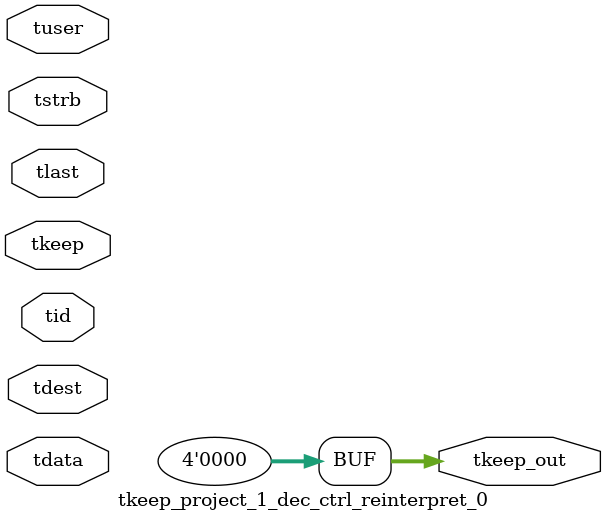
<source format=v>


`timescale 1ps/1ps

module tkeep_project_1_dec_ctrl_reinterpret_0 #
(
parameter C_S_AXIS_TDATA_WIDTH = 32,
parameter C_S_AXIS_TUSER_WIDTH = 0,
parameter C_S_AXIS_TID_WIDTH   = 0,
parameter C_S_AXIS_TDEST_WIDTH = 0,
parameter C_M_AXIS_TDATA_WIDTH = 32
)
(
input  [(C_S_AXIS_TDATA_WIDTH == 0 ? 1 : C_S_AXIS_TDATA_WIDTH)-1:0     ] tdata,
input  [(C_S_AXIS_TUSER_WIDTH == 0 ? 1 : C_S_AXIS_TUSER_WIDTH)-1:0     ] tuser,
input  [(C_S_AXIS_TID_WIDTH   == 0 ? 1 : C_S_AXIS_TID_WIDTH)-1:0       ] tid,
input  [(C_S_AXIS_TDEST_WIDTH == 0 ? 1 : C_S_AXIS_TDEST_WIDTH)-1:0     ] tdest,
input  [(C_S_AXIS_TDATA_WIDTH/8)-1:0 ] tkeep,
input  [(C_S_AXIS_TDATA_WIDTH/8)-1:0 ] tstrb,
input                                                                    tlast,
output [(C_M_AXIS_TDATA_WIDTH/8)-1:0 ] tkeep_out
);

assign tkeep_out = {1'b0};

endmodule


</source>
